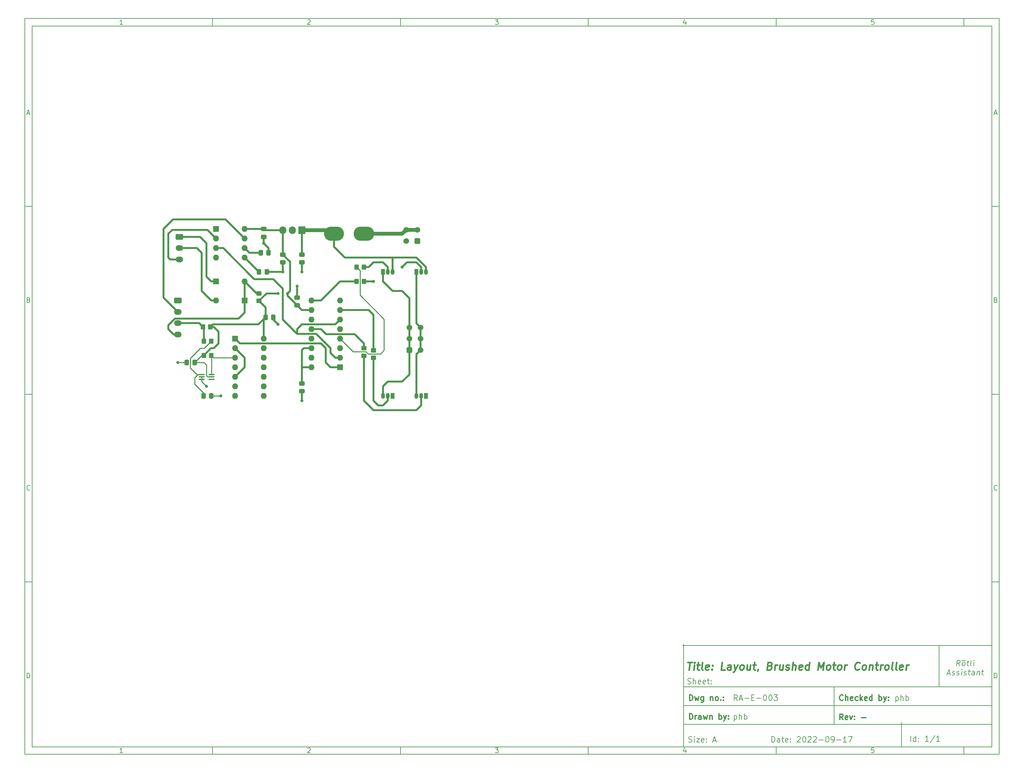
<source format=gbr>
%TF.GenerationSoftware,KiCad,Pcbnew,(6.0.7)*%
%TF.CreationDate,2022-09-17T11:26:47-05:00*%
%TF.ProjectId,BrushlessController,42727573-686c-4657-9373-436f6e74726f,-*%
%TF.SameCoordinates,Original*%
%TF.FileFunction,Copper,L1,Top*%
%TF.FilePolarity,Positive*%
%FSLAX46Y46*%
G04 Gerber Fmt 4.6, Leading zero omitted, Abs format (unit mm)*
G04 Created by KiCad (PCBNEW (6.0.7)) date 2022-09-17 11:26:47*
%MOMM*%
%LPD*%
G01*
G04 APERTURE LIST*
G04 Aperture macros list*
%AMRoundRect*
0 Rectangle with rounded corners*
0 $1 Rounding radius*
0 $2 $3 $4 $5 $6 $7 $8 $9 X,Y pos of 4 corners*
0 Add a 4 corners polygon primitive as box body*
4,1,4,$2,$3,$4,$5,$6,$7,$8,$9,$2,$3,0*
0 Add four circle primitives for the rounded corners*
1,1,$1+$1,$2,$3*
1,1,$1+$1,$4,$5*
1,1,$1+$1,$6,$7*
1,1,$1+$1,$8,$9*
0 Add four rect primitives between the rounded corners*
20,1,$1+$1,$2,$3,$4,$5,0*
20,1,$1+$1,$4,$5,$6,$7,0*
20,1,$1+$1,$6,$7,$8,$9,0*
20,1,$1+$1,$8,$9,$2,$3,0*%
G04 Aperture macros list end*
%ADD10C,0.100000*%
%ADD11C,0.150000*%
%ADD12C,0.300000*%
%ADD13C,0.400000*%
%ADD14C,0.508000*%
%TA.AperFunction,ComponentPad*%
%ADD15R,1.600000X1.600000*%
%TD*%
%TA.AperFunction,ComponentPad*%
%ADD16O,1.600000X1.600000*%
%TD*%
%TA.AperFunction,SMDPad,CuDef*%
%ADD17RoundRect,0.250000X-0.337500X-0.475000X0.337500X-0.475000X0.337500X0.475000X-0.337500X0.475000X0*%
%TD*%
%TA.AperFunction,SMDPad,CuDef*%
%ADD18RoundRect,0.250000X0.475000X-0.337500X0.475000X0.337500X-0.475000X0.337500X-0.475000X-0.337500X0*%
%TD*%
%TA.AperFunction,ComponentPad*%
%ADD19R,1.050000X1.500000*%
%TD*%
%TA.AperFunction,ComponentPad*%
%ADD20O,1.050000X1.500000*%
%TD*%
%TA.AperFunction,SMDPad,CuDef*%
%ADD21RoundRect,0.250000X-0.475000X0.337500X-0.475000X-0.337500X0.475000X-0.337500X0.475000X0.337500X0*%
%TD*%
%TA.AperFunction,ComponentPad*%
%ADD22O,5.500000X3.800000*%
%TD*%
%TA.AperFunction,ComponentPad*%
%ADD23O,5.300000X3.800000*%
%TD*%
%TA.AperFunction,SMDPad,CuDef*%
%ADD24RoundRect,0.250000X-0.350000X-0.450000X0.350000X-0.450000X0.350000X0.450000X-0.350000X0.450000X0*%
%TD*%
%TA.AperFunction,SMDPad,CuDef*%
%ADD25RoundRect,0.250000X-0.450000X0.350000X-0.450000X-0.350000X0.450000X-0.350000X0.450000X0.350000X0*%
%TD*%
%TA.AperFunction,ComponentPad*%
%ADD26RoundRect,0.250001X-0.759999X0.499999X-0.759999X-0.499999X0.759999X-0.499999X0.759999X0.499999X0*%
%TD*%
%TA.AperFunction,ComponentPad*%
%ADD27O,2.020000X1.500000*%
%TD*%
%TA.AperFunction,ComponentPad*%
%ADD28RoundRect,0.250001X0.499999X0.499999X-0.499999X0.499999X-0.499999X-0.499999X0.499999X-0.499999X0*%
%TD*%
%TA.AperFunction,ComponentPad*%
%ADD29C,1.500000*%
%TD*%
%TA.AperFunction,SMDPad,CuDef*%
%ADD30RoundRect,0.250000X0.350000X0.450000X-0.350000X0.450000X-0.350000X-0.450000X0.350000X-0.450000X0*%
%TD*%
%TA.AperFunction,ComponentPad*%
%ADD31RoundRect,0.250001X0.499999X-0.499999X0.499999X0.499999X-0.499999X0.499999X-0.499999X-0.499999X0*%
%TD*%
%TA.AperFunction,SMDPad,CuDef*%
%ADD32R,1.500000X0.400000*%
%TD*%
%TA.AperFunction,SMDPad,CuDef*%
%ADD33RoundRect,0.250000X0.450000X-0.350000X0.450000X0.350000X-0.450000X0.350000X-0.450000X-0.350000X0*%
%TD*%
%TA.AperFunction,ComponentPad*%
%ADD34R,1.905000X2.000000*%
%TD*%
%TA.AperFunction,ComponentPad*%
%ADD35O,1.905000X2.000000*%
%TD*%
%TA.AperFunction,SMDPad,CuDef*%
%ADD36RoundRect,0.250000X0.337500X0.475000X-0.337500X0.475000X-0.337500X-0.475000X0.337500X-0.475000X0*%
%TD*%
%TA.AperFunction,ViaPad*%
%ADD37C,0.800000*%
%TD*%
%TA.AperFunction,Conductor*%
%ADD38C,0.254000*%
%TD*%
%TA.AperFunction,Conductor*%
%ADD39C,0.508000*%
%TD*%
%TA.AperFunction,Conductor*%
%ADD40C,1.016000*%
%TD*%
G04 APERTURE END LIST*
D10*
D11*
X10000000Y-10000000D02*
X10000000Y-205900000D01*
X269400000Y-205900000D01*
X269400000Y-10000000D01*
X10000000Y-10000000D01*
D10*
D11*
X12000000Y-12000000D02*
X12000000Y-203900000D01*
X267400000Y-203900000D01*
X267400000Y-12000000D01*
X12000000Y-12000000D01*
D10*
D11*
X60000000Y-12000000D02*
X60000000Y-10000000D01*
D10*
D11*
X110000000Y-12000000D02*
X110000000Y-10000000D01*
D10*
D11*
X160000000Y-12000000D02*
X160000000Y-10000000D01*
D10*
D11*
X210000000Y-12000000D02*
X210000000Y-10000000D01*
D10*
D11*
X260000000Y-12000000D02*
X260000000Y-10000000D01*
D10*
D11*
X36065476Y-11588095D02*
X35322619Y-11588095D01*
X35694047Y-11588095D02*
X35694047Y-10288095D01*
X35570238Y-10473809D01*
X35446428Y-10597619D01*
X35322619Y-10659523D01*
D10*
D11*
X85322619Y-10411904D02*
X85384523Y-10350000D01*
X85508333Y-10288095D01*
X85817857Y-10288095D01*
X85941666Y-10350000D01*
X86003571Y-10411904D01*
X86065476Y-10535714D01*
X86065476Y-10659523D01*
X86003571Y-10845238D01*
X85260714Y-11588095D01*
X86065476Y-11588095D01*
D10*
D11*
X135260714Y-10288095D02*
X136065476Y-10288095D01*
X135632142Y-10783333D01*
X135817857Y-10783333D01*
X135941666Y-10845238D01*
X136003571Y-10907142D01*
X136065476Y-11030952D01*
X136065476Y-11340476D01*
X136003571Y-11464285D01*
X135941666Y-11526190D01*
X135817857Y-11588095D01*
X135446428Y-11588095D01*
X135322619Y-11526190D01*
X135260714Y-11464285D01*
D10*
D11*
X185941666Y-10721428D02*
X185941666Y-11588095D01*
X185632142Y-10226190D02*
X185322619Y-11154761D01*
X186127380Y-11154761D01*
D10*
D11*
X236003571Y-10288095D02*
X235384523Y-10288095D01*
X235322619Y-10907142D01*
X235384523Y-10845238D01*
X235508333Y-10783333D01*
X235817857Y-10783333D01*
X235941666Y-10845238D01*
X236003571Y-10907142D01*
X236065476Y-11030952D01*
X236065476Y-11340476D01*
X236003571Y-11464285D01*
X235941666Y-11526190D01*
X235817857Y-11588095D01*
X235508333Y-11588095D01*
X235384523Y-11526190D01*
X235322619Y-11464285D01*
D10*
D11*
X60000000Y-203900000D02*
X60000000Y-205900000D01*
D10*
D11*
X110000000Y-203900000D02*
X110000000Y-205900000D01*
D10*
D11*
X160000000Y-203900000D02*
X160000000Y-205900000D01*
D10*
D11*
X210000000Y-203900000D02*
X210000000Y-205900000D01*
D10*
D11*
X260000000Y-203900000D02*
X260000000Y-205900000D01*
D10*
D11*
X36065476Y-205488095D02*
X35322619Y-205488095D01*
X35694047Y-205488095D02*
X35694047Y-204188095D01*
X35570238Y-204373809D01*
X35446428Y-204497619D01*
X35322619Y-204559523D01*
D10*
D11*
X85322619Y-204311904D02*
X85384523Y-204250000D01*
X85508333Y-204188095D01*
X85817857Y-204188095D01*
X85941666Y-204250000D01*
X86003571Y-204311904D01*
X86065476Y-204435714D01*
X86065476Y-204559523D01*
X86003571Y-204745238D01*
X85260714Y-205488095D01*
X86065476Y-205488095D01*
D10*
D11*
X135260714Y-204188095D02*
X136065476Y-204188095D01*
X135632142Y-204683333D01*
X135817857Y-204683333D01*
X135941666Y-204745238D01*
X136003571Y-204807142D01*
X136065476Y-204930952D01*
X136065476Y-205240476D01*
X136003571Y-205364285D01*
X135941666Y-205426190D01*
X135817857Y-205488095D01*
X135446428Y-205488095D01*
X135322619Y-205426190D01*
X135260714Y-205364285D01*
D10*
D11*
X185941666Y-204621428D02*
X185941666Y-205488095D01*
X185632142Y-204126190D02*
X185322619Y-205054761D01*
X186127380Y-205054761D01*
D10*
D11*
X236003571Y-204188095D02*
X235384523Y-204188095D01*
X235322619Y-204807142D01*
X235384523Y-204745238D01*
X235508333Y-204683333D01*
X235817857Y-204683333D01*
X235941666Y-204745238D01*
X236003571Y-204807142D01*
X236065476Y-204930952D01*
X236065476Y-205240476D01*
X236003571Y-205364285D01*
X235941666Y-205426190D01*
X235817857Y-205488095D01*
X235508333Y-205488095D01*
X235384523Y-205426190D01*
X235322619Y-205364285D01*
D10*
D11*
X10000000Y-60000000D02*
X12000000Y-60000000D01*
D10*
D11*
X10000000Y-110000000D02*
X12000000Y-110000000D01*
D10*
D11*
X10000000Y-160000000D02*
X12000000Y-160000000D01*
D10*
D11*
X10690476Y-35216666D02*
X11309523Y-35216666D01*
X10566666Y-35588095D02*
X11000000Y-34288095D01*
X11433333Y-35588095D01*
D10*
D11*
X11092857Y-84907142D02*
X11278571Y-84969047D01*
X11340476Y-85030952D01*
X11402380Y-85154761D01*
X11402380Y-85340476D01*
X11340476Y-85464285D01*
X11278571Y-85526190D01*
X11154761Y-85588095D01*
X10659523Y-85588095D01*
X10659523Y-84288095D01*
X11092857Y-84288095D01*
X11216666Y-84350000D01*
X11278571Y-84411904D01*
X11340476Y-84535714D01*
X11340476Y-84659523D01*
X11278571Y-84783333D01*
X11216666Y-84845238D01*
X11092857Y-84907142D01*
X10659523Y-84907142D01*
D10*
D11*
X11402380Y-135464285D02*
X11340476Y-135526190D01*
X11154761Y-135588095D01*
X11030952Y-135588095D01*
X10845238Y-135526190D01*
X10721428Y-135402380D01*
X10659523Y-135278571D01*
X10597619Y-135030952D01*
X10597619Y-134845238D01*
X10659523Y-134597619D01*
X10721428Y-134473809D01*
X10845238Y-134350000D01*
X11030952Y-134288095D01*
X11154761Y-134288095D01*
X11340476Y-134350000D01*
X11402380Y-134411904D01*
D10*
D11*
X10659523Y-185588095D02*
X10659523Y-184288095D01*
X10969047Y-184288095D01*
X11154761Y-184350000D01*
X11278571Y-184473809D01*
X11340476Y-184597619D01*
X11402380Y-184845238D01*
X11402380Y-185030952D01*
X11340476Y-185278571D01*
X11278571Y-185402380D01*
X11154761Y-185526190D01*
X10969047Y-185588095D01*
X10659523Y-185588095D01*
D10*
D11*
X269400000Y-60000000D02*
X267400000Y-60000000D01*
D10*
D11*
X269400000Y-110000000D02*
X267400000Y-110000000D01*
D10*
D11*
X269400000Y-160000000D02*
X267400000Y-160000000D01*
D10*
D11*
X268090476Y-35216666D02*
X268709523Y-35216666D01*
X267966666Y-35588095D02*
X268400000Y-34288095D01*
X268833333Y-35588095D01*
D10*
D11*
X268492857Y-84907142D02*
X268678571Y-84969047D01*
X268740476Y-85030952D01*
X268802380Y-85154761D01*
X268802380Y-85340476D01*
X268740476Y-85464285D01*
X268678571Y-85526190D01*
X268554761Y-85588095D01*
X268059523Y-85588095D01*
X268059523Y-84288095D01*
X268492857Y-84288095D01*
X268616666Y-84350000D01*
X268678571Y-84411904D01*
X268740476Y-84535714D01*
X268740476Y-84659523D01*
X268678571Y-84783333D01*
X268616666Y-84845238D01*
X268492857Y-84907142D01*
X268059523Y-84907142D01*
D10*
D11*
X268802380Y-135464285D02*
X268740476Y-135526190D01*
X268554761Y-135588095D01*
X268430952Y-135588095D01*
X268245238Y-135526190D01*
X268121428Y-135402380D01*
X268059523Y-135278571D01*
X267997619Y-135030952D01*
X267997619Y-134845238D01*
X268059523Y-134597619D01*
X268121428Y-134473809D01*
X268245238Y-134350000D01*
X268430952Y-134288095D01*
X268554761Y-134288095D01*
X268740476Y-134350000D01*
X268802380Y-134411904D01*
D10*
D11*
X268059523Y-185588095D02*
X268059523Y-184288095D01*
X268369047Y-184288095D01*
X268554761Y-184350000D01*
X268678571Y-184473809D01*
X268740476Y-184597619D01*
X268802380Y-184845238D01*
X268802380Y-185030952D01*
X268740476Y-185278571D01*
X268678571Y-185402380D01*
X268554761Y-185526190D01*
X268369047Y-185588095D01*
X268059523Y-185588095D01*
D10*
D11*
X208832142Y-202678371D02*
X208832142Y-201178371D01*
X209189285Y-201178371D01*
X209403571Y-201249800D01*
X209546428Y-201392657D01*
X209617857Y-201535514D01*
X209689285Y-201821228D01*
X209689285Y-202035514D01*
X209617857Y-202321228D01*
X209546428Y-202464085D01*
X209403571Y-202606942D01*
X209189285Y-202678371D01*
X208832142Y-202678371D01*
X210975000Y-202678371D02*
X210975000Y-201892657D01*
X210903571Y-201749800D01*
X210760714Y-201678371D01*
X210475000Y-201678371D01*
X210332142Y-201749800D01*
X210975000Y-202606942D02*
X210832142Y-202678371D01*
X210475000Y-202678371D01*
X210332142Y-202606942D01*
X210260714Y-202464085D01*
X210260714Y-202321228D01*
X210332142Y-202178371D01*
X210475000Y-202106942D01*
X210832142Y-202106942D01*
X210975000Y-202035514D01*
X211475000Y-201678371D02*
X212046428Y-201678371D01*
X211689285Y-201178371D02*
X211689285Y-202464085D01*
X211760714Y-202606942D01*
X211903571Y-202678371D01*
X212046428Y-202678371D01*
X213117857Y-202606942D02*
X212975000Y-202678371D01*
X212689285Y-202678371D01*
X212546428Y-202606942D01*
X212475000Y-202464085D01*
X212475000Y-201892657D01*
X212546428Y-201749800D01*
X212689285Y-201678371D01*
X212975000Y-201678371D01*
X213117857Y-201749800D01*
X213189285Y-201892657D01*
X213189285Y-202035514D01*
X212475000Y-202178371D01*
X213832142Y-202535514D02*
X213903571Y-202606942D01*
X213832142Y-202678371D01*
X213760714Y-202606942D01*
X213832142Y-202535514D01*
X213832142Y-202678371D01*
X213832142Y-201749800D02*
X213903571Y-201821228D01*
X213832142Y-201892657D01*
X213760714Y-201821228D01*
X213832142Y-201749800D01*
X213832142Y-201892657D01*
X215617857Y-201321228D02*
X215689285Y-201249800D01*
X215832142Y-201178371D01*
X216189285Y-201178371D01*
X216332142Y-201249800D01*
X216403571Y-201321228D01*
X216475000Y-201464085D01*
X216475000Y-201606942D01*
X216403571Y-201821228D01*
X215546428Y-202678371D01*
X216475000Y-202678371D01*
X217403571Y-201178371D02*
X217546428Y-201178371D01*
X217689285Y-201249800D01*
X217760714Y-201321228D01*
X217832142Y-201464085D01*
X217903571Y-201749800D01*
X217903571Y-202106942D01*
X217832142Y-202392657D01*
X217760714Y-202535514D01*
X217689285Y-202606942D01*
X217546428Y-202678371D01*
X217403571Y-202678371D01*
X217260714Y-202606942D01*
X217189285Y-202535514D01*
X217117857Y-202392657D01*
X217046428Y-202106942D01*
X217046428Y-201749800D01*
X217117857Y-201464085D01*
X217189285Y-201321228D01*
X217260714Y-201249800D01*
X217403571Y-201178371D01*
X218475000Y-201321228D02*
X218546428Y-201249800D01*
X218689285Y-201178371D01*
X219046428Y-201178371D01*
X219189285Y-201249800D01*
X219260714Y-201321228D01*
X219332142Y-201464085D01*
X219332142Y-201606942D01*
X219260714Y-201821228D01*
X218403571Y-202678371D01*
X219332142Y-202678371D01*
X219903571Y-201321228D02*
X219975000Y-201249800D01*
X220117857Y-201178371D01*
X220475000Y-201178371D01*
X220617857Y-201249800D01*
X220689285Y-201321228D01*
X220760714Y-201464085D01*
X220760714Y-201606942D01*
X220689285Y-201821228D01*
X219832142Y-202678371D01*
X220760714Y-202678371D01*
X221403571Y-202106942D02*
X222546428Y-202106942D01*
X223546428Y-201178371D02*
X223689285Y-201178371D01*
X223832142Y-201249800D01*
X223903571Y-201321228D01*
X223975000Y-201464085D01*
X224046428Y-201749800D01*
X224046428Y-202106942D01*
X223975000Y-202392657D01*
X223903571Y-202535514D01*
X223832142Y-202606942D01*
X223689285Y-202678371D01*
X223546428Y-202678371D01*
X223403571Y-202606942D01*
X223332142Y-202535514D01*
X223260714Y-202392657D01*
X223189285Y-202106942D01*
X223189285Y-201749800D01*
X223260714Y-201464085D01*
X223332142Y-201321228D01*
X223403571Y-201249800D01*
X223546428Y-201178371D01*
X224760714Y-202678371D02*
X225046428Y-202678371D01*
X225189285Y-202606942D01*
X225260714Y-202535514D01*
X225403571Y-202321228D01*
X225475000Y-202035514D01*
X225475000Y-201464085D01*
X225403571Y-201321228D01*
X225332142Y-201249800D01*
X225189285Y-201178371D01*
X224903571Y-201178371D01*
X224760714Y-201249800D01*
X224689285Y-201321228D01*
X224617857Y-201464085D01*
X224617857Y-201821228D01*
X224689285Y-201964085D01*
X224760714Y-202035514D01*
X224903571Y-202106942D01*
X225189285Y-202106942D01*
X225332142Y-202035514D01*
X225403571Y-201964085D01*
X225475000Y-201821228D01*
X226117857Y-202106942D02*
X227260714Y-202106942D01*
X228760714Y-202678371D02*
X227903571Y-202678371D01*
X228332142Y-202678371D02*
X228332142Y-201178371D01*
X228189285Y-201392657D01*
X228046428Y-201535514D01*
X227903571Y-201606942D01*
X229260714Y-201178371D02*
X230260714Y-201178371D01*
X229617857Y-202678371D01*
D10*
D12*
X227809285Y-196678571D02*
X227309285Y-195964285D01*
X226952142Y-196678571D02*
X226952142Y-195178571D01*
X227523571Y-195178571D01*
X227666428Y-195250000D01*
X227737857Y-195321428D01*
X227809285Y-195464285D01*
X227809285Y-195678571D01*
X227737857Y-195821428D01*
X227666428Y-195892857D01*
X227523571Y-195964285D01*
X226952142Y-195964285D01*
X229023571Y-196607142D02*
X228880714Y-196678571D01*
X228595000Y-196678571D01*
X228452142Y-196607142D01*
X228380714Y-196464285D01*
X228380714Y-195892857D01*
X228452142Y-195750000D01*
X228595000Y-195678571D01*
X228880714Y-195678571D01*
X229023571Y-195750000D01*
X229095000Y-195892857D01*
X229095000Y-196035714D01*
X228380714Y-196178571D01*
X229595000Y-195678571D02*
X229952142Y-196678571D01*
X230309285Y-195678571D01*
X230880714Y-196535714D02*
X230952142Y-196607142D01*
X230880714Y-196678571D01*
X230809285Y-196607142D01*
X230880714Y-196535714D01*
X230880714Y-196678571D01*
X230880714Y-195750000D02*
X230952142Y-195821428D01*
X230880714Y-195892857D01*
X230809285Y-195821428D01*
X230880714Y-195750000D01*
X230880714Y-195892857D01*
X232737857Y-196107142D02*
X233880714Y-196107142D01*
D10*
D11*
X186760714Y-202606942D02*
X186975000Y-202678371D01*
X187332142Y-202678371D01*
X187475000Y-202606942D01*
X187546428Y-202535514D01*
X187617857Y-202392657D01*
X187617857Y-202249800D01*
X187546428Y-202106942D01*
X187475000Y-202035514D01*
X187332142Y-201964085D01*
X187046428Y-201892657D01*
X186903571Y-201821228D01*
X186832142Y-201749800D01*
X186760714Y-201606942D01*
X186760714Y-201464085D01*
X186832142Y-201321228D01*
X186903571Y-201249800D01*
X187046428Y-201178371D01*
X187403571Y-201178371D01*
X187617857Y-201249800D01*
X188260714Y-202678371D02*
X188260714Y-201678371D01*
X188260714Y-201178371D02*
X188189285Y-201249800D01*
X188260714Y-201321228D01*
X188332142Y-201249800D01*
X188260714Y-201178371D01*
X188260714Y-201321228D01*
X188832142Y-201678371D02*
X189617857Y-201678371D01*
X188832142Y-202678371D01*
X189617857Y-202678371D01*
X190760714Y-202606942D02*
X190617857Y-202678371D01*
X190332142Y-202678371D01*
X190189285Y-202606942D01*
X190117857Y-202464085D01*
X190117857Y-201892657D01*
X190189285Y-201749800D01*
X190332142Y-201678371D01*
X190617857Y-201678371D01*
X190760714Y-201749800D01*
X190832142Y-201892657D01*
X190832142Y-202035514D01*
X190117857Y-202178371D01*
X191475000Y-202535514D02*
X191546428Y-202606942D01*
X191475000Y-202678371D01*
X191403571Y-202606942D01*
X191475000Y-202535514D01*
X191475000Y-202678371D01*
X191475000Y-201749800D02*
X191546428Y-201821228D01*
X191475000Y-201892657D01*
X191403571Y-201821228D01*
X191475000Y-201749800D01*
X191475000Y-201892657D01*
X193260714Y-202249800D02*
X193975000Y-202249800D01*
X193117857Y-202678371D02*
X193617857Y-201178371D01*
X194117857Y-202678371D01*
D10*
D11*
X245832142Y-202478571D02*
X245832142Y-200978571D01*
X247189285Y-202478571D02*
X247189285Y-200978571D01*
X247189285Y-202407142D02*
X247046428Y-202478571D01*
X246760714Y-202478571D01*
X246617857Y-202407142D01*
X246546428Y-202335714D01*
X246475000Y-202192857D01*
X246475000Y-201764285D01*
X246546428Y-201621428D01*
X246617857Y-201550000D01*
X246760714Y-201478571D01*
X247046428Y-201478571D01*
X247189285Y-201550000D01*
X247903571Y-202335714D02*
X247975000Y-202407142D01*
X247903571Y-202478571D01*
X247832142Y-202407142D01*
X247903571Y-202335714D01*
X247903571Y-202478571D01*
X247903571Y-201550000D02*
X247975000Y-201621428D01*
X247903571Y-201692857D01*
X247832142Y-201621428D01*
X247903571Y-201550000D01*
X247903571Y-201692857D01*
X250546428Y-202478571D02*
X249689285Y-202478571D01*
X250117857Y-202478571D02*
X250117857Y-200978571D01*
X249975000Y-201192857D01*
X249832142Y-201335714D01*
X249689285Y-201407142D01*
X252260714Y-200907142D02*
X250975000Y-202835714D01*
X253546428Y-202478571D02*
X252689285Y-202478571D01*
X253117857Y-202478571D02*
X253117857Y-200978571D01*
X252975000Y-201192857D01*
X252832142Y-201335714D01*
X252689285Y-201407142D01*
D10*
D13*
X186512380Y-181404561D02*
X187655238Y-181404561D01*
X186833809Y-183404561D02*
X187083809Y-181404561D01*
X188071904Y-183404561D02*
X188238571Y-182071228D01*
X188321904Y-181404561D02*
X188214761Y-181499800D01*
X188298095Y-181595038D01*
X188405238Y-181499800D01*
X188321904Y-181404561D01*
X188298095Y-181595038D01*
X188905238Y-182071228D02*
X189667142Y-182071228D01*
X189274285Y-181404561D02*
X189060000Y-183118847D01*
X189131428Y-183309323D01*
X189310000Y-183404561D01*
X189500476Y-183404561D01*
X190452857Y-183404561D02*
X190274285Y-183309323D01*
X190202857Y-183118847D01*
X190417142Y-181404561D01*
X191988571Y-183309323D02*
X191786190Y-183404561D01*
X191405238Y-183404561D01*
X191226666Y-183309323D01*
X191155238Y-183118847D01*
X191250476Y-182356942D01*
X191369523Y-182166466D01*
X191571904Y-182071228D01*
X191952857Y-182071228D01*
X192131428Y-182166466D01*
X192202857Y-182356942D01*
X192179047Y-182547419D01*
X191202857Y-182737895D01*
X192952857Y-183214085D02*
X193036190Y-183309323D01*
X192929047Y-183404561D01*
X192845714Y-183309323D01*
X192952857Y-183214085D01*
X192929047Y-183404561D01*
X193083809Y-182166466D02*
X193167142Y-182261704D01*
X193060000Y-182356942D01*
X192976666Y-182261704D01*
X193083809Y-182166466D01*
X193060000Y-182356942D01*
X196357619Y-183404561D02*
X195405238Y-183404561D01*
X195655238Y-181404561D01*
X197881428Y-183404561D02*
X198012380Y-182356942D01*
X197940952Y-182166466D01*
X197762380Y-182071228D01*
X197381428Y-182071228D01*
X197179047Y-182166466D01*
X197893333Y-183309323D02*
X197690952Y-183404561D01*
X197214761Y-183404561D01*
X197036190Y-183309323D01*
X196964761Y-183118847D01*
X196988571Y-182928371D01*
X197107619Y-182737895D01*
X197310000Y-182642657D01*
X197786190Y-182642657D01*
X197988571Y-182547419D01*
X198810000Y-182071228D02*
X199119523Y-183404561D01*
X199762380Y-182071228D02*
X199119523Y-183404561D01*
X198869523Y-183880752D01*
X198762380Y-183975990D01*
X198560000Y-184071228D01*
X200643333Y-183404561D02*
X200464761Y-183309323D01*
X200381428Y-183214085D01*
X200310000Y-183023609D01*
X200381428Y-182452180D01*
X200500476Y-182261704D01*
X200607619Y-182166466D01*
X200810000Y-182071228D01*
X201095714Y-182071228D01*
X201274285Y-182166466D01*
X201357619Y-182261704D01*
X201429047Y-182452180D01*
X201357619Y-183023609D01*
X201238571Y-183214085D01*
X201131428Y-183309323D01*
X200929047Y-183404561D01*
X200643333Y-183404561D01*
X203190952Y-182071228D02*
X203024285Y-183404561D01*
X202333809Y-182071228D02*
X202202857Y-183118847D01*
X202274285Y-183309323D01*
X202452857Y-183404561D01*
X202738571Y-183404561D01*
X202940952Y-183309323D01*
X203048095Y-183214085D01*
X203857619Y-182071228D02*
X204619523Y-182071228D01*
X204226666Y-181404561D02*
X204012380Y-183118847D01*
X204083809Y-183309323D01*
X204262380Y-183404561D01*
X204452857Y-183404561D01*
X205226666Y-183309323D02*
X205214761Y-183404561D01*
X205095714Y-183595038D01*
X204988571Y-183690276D01*
X208393333Y-182356942D02*
X208667142Y-182452180D01*
X208750476Y-182547419D01*
X208821904Y-182737895D01*
X208786190Y-183023609D01*
X208667142Y-183214085D01*
X208560000Y-183309323D01*
X208357619Y-183404561D01*
X207595714Y-183404561D01*
X207845714Y-181404561D01*
X208512380Y-181404561D01*
X208690952Y-181499800D01*
X208774285Y-181595038D01*
X208845714Y-181785514D01*
X208821904Y-181975990D01*
X208702857Y-182166466D01*
X208595714Y-182261704D01*
X208393333Y-182356942D01*
X207726666Y-182356942D01*
X209595714Y-183404561D02*
X209762380Y-182071228D01*
X209714761Y-182452180D02*
X209833809Y-182261704D01*
X209940952Y-182166466D01*
X210143333Y-182071228D01*
X210333809Y-182071228D01*
X211857619Y-182071228D02*
X211690952Y-183404561D01*
X211000476Y-182071228D02*
X210869523Y-183118847D01*
X210940952Y-183309323D01*
X211119523Y-183404561D01*
X211405238Y-183404561D01*
X211607619Y-183309323D01*
X211714761Y-183214085D01*
X212560000Y-183309323D02*
X212738571Y-183404561D01*
X213119523Y-183404561D01*
X213321904Y-183309323D01*
X213440952Y-183118847D01*
X213452857Y-183023609D01*
X213381428Y-182833133D01*
X213202857Y-182737895D01*
X212917142Y-182737895D01*
X212738571Y-182642657D01*
X212667142Y-182452180D01*
X212679047Y-182356942D01*
X212798095Y-182166466D01*
X213000476Y-182071228D01*
X213286190Y-182071228D01*
X213464761Y-182166466D01*
X214262380Y-183404561D02*
X214512380Y-181404561D01*
X215119523Y-183404561D02*
X215250476Y-182356942D01*
X215179047Y-182166466D01*
X215000476Y-182071228D01*
X214714761Y-182071228D01*
X214512380Y-182166466D01*
X214405238Y-182261704D01*
X216845714Y-183309323D02*
X216643333Y-183404561D01*
X216262380Y-183404561D01*
X216083809Y-183309323D01*
X216012380Y-183118847D01*
X216107619Y-182356942D01*
X216226666Y-182166466D01*
X216429047Y-182071228D01*
X216810000Y-182071228D01*
X216988571Y-182166466D01*
X217060000Y-182356942D01*
X217036190Y-182547419D01*
X216060000Y-182737895D01*
X218643333Y-183404561D02*
X218893333Y-181404561D01*
X218655238Y-183309323D02*
X218452857Y-183404561D01*
X218071904Y-183404561D01*
X217893333Y-183309323D01*
X217810000Y-183214085D01*
X217738571Y-183023609D01*
X217810000Y-182452180D01*
X217929047Y-182261704D01*
X218036190Y-182166466D01*
X218238571Y-182071228D01*
X218619523Y-182071228D01*
X218798095Y-182166466D01*
X221119523Y-183404561D02*
X221369523Y-181404561D01*
X221857619Y-182833133D01*
X222702857Y-181404561D01*
X222452857Y-183404561D01*
X223690952Y-183404561D02*
X223512380Y-183309323D01*
X223429047Y-183214085D01*
X223357619Y-183023609D01*
X223429047Y-182452180D01*
X223548095Y-182261704D01*
X223655238Y-182166466D01*
X223857619Y-182071228D01*
X224143333Y-182071228D01*
X224321904Y-182166466D01*
X224405238Y-182261704D01*
X224476666Y-182452180D01*
X224405238Y-183023609D01*
X224286190Y-183214085D01*
X224179047Y-183309323D01*
X223976666Y-183404561D01*
X223690952Y-183404561D01*
X225095714Y-182071228D02*
X225857619Y-182071228D01*
X225464761Y-181404561D02*
X225250476Y-183118847D01*
X225321904Y-183309323D01*
X225500476Y-183404561D01*
X225690952Y-183404561D01*
X226643333Y-183404561D02*
X226464761Y-183309323D01*
X226381428Y-183214085D01*
X226310000Y-183023609D01*
X226381428Y-182452180D01*
X226500476Y-182261704D01*
X226607619Y-182166466D01*
X226810000Y-182071228D01*
X227095714Y-182071228D01*
X227274285Y-182166466D01*
X227357619Y-182261704D01*
X227429047Y-182452180D01*
X227357619Y-183023609D01*
X227238571Y-183214085D01*
X227131428Y-183309323D01*
X226929047Y-183404561D01*
X226643333Y-183404561D01*
X228167142Y-183404561D02*
X228333809Y-182071228D01*
X228286190Y-182452180D02*
X228405238Y-182261704D01*
X228512380Y-182166466D01*
X228714761Y-182071228D01*
X228905238Y-182071228D01*
X232095714Y-183214085D02*
X231988571Y-183309323D01*
X231690952Y-183404561D01*
X231500476Y-183404561D01*
X231226666Y-183309323D01*
X231060000Y-183118847D01*
X230988571Y-182928371D01*
X230940952Y-182547419D01*
X230976666Y-182261704D01*
X231119523Y-181880752D01*
X231238571Y-181690276D01*
X231452857Y-181499800D01*
X231750476Y-181404561D01*
X231940952Y-181404561D01*
X232214761Y-181499800D01*
X232298095Y-181595038D01*
X233214761Y-183404561D02*
X233036190Y-183309323D01*
X232952857Y-183214085D01*
X232881428Y-183023609D01*
X232952857Y-182452180D01*
X233071904Y-182261704D01*
X233179047Y-182166466D01*
X233381428Y-182071228D01*
X233667142Y-182071228D01*
X233845714Y-182166466D01*
X233929047Y-182261704D01*
X234000476Y-182452180D01*
X233929047Y-183023609D01*
X233810000Y-183214085D01*
X233702857Y-183309323D01*
X233500476Y-183404561D01*
X233214761Y-183404561D01*
X234905238Y-182071228D02*
X234738571Y-183404561D01*
X234881428Y-182261704D02*
X234988571Y-182166466D01*
X235190952Y-182071228D01*
X235476666Y-182071228D01*
X235655238Y-182166466D01*
X235726666Y-182356942D01*
X235595714Y-183404561D01*
X236429047Y-182071228D02*
X237190952Y-182071228D01*
X236798095Y-181404561D02*
X236583809Y-183118847D01*
X236655238Y-183309323D01*
X236833809Y-183404561D01*
X237024285Y-183404561D01*
X237690952Y-183404561D02*
X237857619Y-182071228D01*
X237809999Y-182452180D02*
X237929047Y-182261704D01*
X238036190Y-182166466D01*
X238238571Y-182071228D01*
X238429047Y-182071228D01*
X239214761Y-183404561D02*
X239036190Y-183309323D01*
X238952857Y-183214085D01*
X238881428Y-183023609D01*
X238952857Y-182452180D01*
X239071904Y-182261704D01*
X239179047Y-182166466D01*
X239381428Y-182071228D01*
X239667142Y-182071228D01*
X239845714Y-182166466D01*
X239929047Y-182261704D01*
X240000476Y-182452180D01*
X239929047Y-183023609D01*
X239809999Y-183214085D01*
X239702857Y-183309323D01*
X239500476Y-183404561D01*
X239214761Y-183404561D01*
X241024285Y-183404561D02*
X240845714Y-183309323D01*
X240774285Y-183118847D01*
X240988571Y-181404561D01*
X242071904Y-183404561D02*
X241893333Y-183309323D01*
X241821904Y-183118847D01*
X242036190Y-181404561D01*
X243607619Y-183309323D02*
X243405238Y-183404561D01*
X243024285Y-183404561D01*
X242845714Y-183309323D01*
X242774285Y-183118847D01*
X242869523Y-182356942D01*
X242988571Y-182166466D01*
X243190952Y-182071228D01*
X243571904Y-182071228D01*
X243750476Y-182166466D01*
X243821904Y-182356942D01*
X243798095Y-182547419D01*
X242821904Y-182737895D01*
X244548095Y-183404561D02*
X244714761Y-182071228D01*
X244667142Y-182452180D02*
X244786190Y-182261704D01*
X244893333Y-182166466D01*
X245095714Y-182071228D01*
X245286190Y-182071228D01*
D10*
D11*
X186460714Y-187106942D02*
X186675000Y-187178371D01*
X187032142Y-187178371D01*
X187175000Y-187106942D01*
X187246428Y-187035514D01*
X187317857Y-186892657D01*
X187317857Y-186749800D01*
X187246428Y-186606942D01*
X187175000Y-186535514D01*
X187032142Y-186464085D01*
X186746428Y-186392657D01*
X186603571Y-186321228D01*
X186532142Y-186249800D01*
X186460714Y-186106942D01*
X186460714Y-185964085D01*
X186532142Y-185821228D01*
X186603571Y-185749800D01*
X186746428Y-185678371D01*
X187103571Y-185678371D01*
X187317857Y-185749800D01*
X187960714Y-187178371D02*
X187960714Y-185678371D01*
X188603571Y-187178371D02*
X188603571Y-186392657D01*
X188532142Y-186249800D01*
X188389285Y-186178371D01*
X188175000Y-186178371D01*
X188032142Y-186249800D01*
X187960714Y-186321228D01*
X189889285Y-187106942D02*
X189746428Y-187178371D01*
X189460714Y-187178371D01*
X189317857Y-187106942D01*
X189246428Y-186964085D01*
X189246428Y-186392657D01*
X189317857Y-186249800D01*
X189460714Y-186178371D01*
X189746428Y-186178371D01*
X189889285Y-186249800D01*
X189960714Y-186392657D01*
X189960714Y-186535514D01*
X189246428Y-186678371D01*
X191175000Y-187106942D02*
X191032142Y-187178371D01*
X190746428Y-187178371D01*
X190603571Y-187106942D01*
X190532142Y-186964085D01*
X190532142Y-186392657D01*
X190603571Y-186249800D01*
X190746428Y-186178371D01*
X191032142Y-186178371D01*
X191175000Y-186249800D01*
X191246428Y-186392657D01*
X191246428Y-186535514D01*
X190532142Y-186678371D01*
X191675000Y-186178371D02*
X192246428Y-186178371D01*
X191889285Y-185678371D02*
X191889285Y-186964085D01*
X191960714Y-187106942D01*
X192103571Y-187178371D01*
X192246428Y-187178371D01*
X192746428Y-187035514D02*
X192817857Y-187106942D01*
X192746428Y-187178371D01*
X192675000Y-187106942D01*
X192746428Y-187035514D01*
X192746428Y-187178371D01*
X192746428Y-186249800D02*
X192817857Y-186321228D01*
X192746428Y-186392657D01*
X192675000Y-186321228D01*
X192746428Y-186249800D01*
X192746428Y-186392657D01*
D10*
D11*
X199689285Y-191578371D02*
X199189285Y-190864085D01*
X198832142Y-191578371D02*
X198832142Y-190078371D01*
X199403571Y-190078371D01*
X199546428Y-190149800D01*
X199617857Y-190221228D01*
X199689285Y-190364085D01*
X199689285Y-190578371D01*
X199617857Y-190721228D01*
X199546428Y-190792657D01*
X199403571Y-190864085D01*
X198832142Y-190864085D01*
X200260714Y-191149800D02*
X200975000Y-191149800D01*
X200117857Y-191578371D02*
X200617857Y-190078371D01*
X201117857Y-191578371D01*
X201617857Y-191006942D02*
X202760714Y-191006942D01*
X203475000Y-190792657D02*
X203975000Y-190792657D01*
X204189285Y-191578371D02*
X203475000Y-191578371D01*
X203475000Y-190078371D01*
X204189285Y-190078371D01*
X204832142Y-191006942D02*
X205975000Y-191006942D01*
X206975000Y-190078371D02*
X207117857Y-190078371D01*
X207260714Y-190149800D01*
X207332142Y-190221228D01*
X207403571Y-190364085D01*
X207475000Y-190649800D01*
X207475000Y-191006942D01*
X207403571Y-191292657D01*
X207332142Y-191435514D01*
X207260714Y-191506942D01*
X207117857Y-191578371D01*
X206975000Y-191578371D01*
X206832142Y-191506942D01*
X206760714Y-191435514D01*
X206689285Y-191292657D01*
X206617857Y-191006942D01*
X206617857Y-190649800D01*
X206689285Y-190364085D01*
X206760714Y-190221228D01*
X206832142Y-190149800D01*
X206975000Y-190078371D01*
X208403571Y-190078371D02*
X208546428Y-190078371D01*
X208689285Y-190149800D01*
X208760714Y-190221228D01*
X208832142Y-190364085D01*
X208903571Y-190649800D01*
X208903571Y-191006942D01*
X208832142Y-191292657D01*
X208760714Y-191435514D01*
X208689285Y-191506942D01*
X208546428Y-191578371D01*
X208403571Y-191578371D01*
X208260714Y-191506942D01*
X208189285Y-191435514D01*
X208117857Y-191292657D01*
X208046428Y-191006942D01*
X208046428Y-190649800D01*
X208117857Y-190364085D01*
X208189285Y-190221228D01*
X208260714Y-190149800D01*
X208403571Y-190078371D01*
X209403571Y-190078371D02*
X210332142Y-190078371D01*
X209832142Y-190649800D01*
X210046428Y-190649800D01*
X210189285Y-190721228D01*
X210260714Y-190792657D01*
X210332142Y-190935514D01*
X210332142Y-191292657D01*
X210260714Y-191435514D01*
X210189285Y-191506942D01*
X210046428Y-191578371D01*
X209617857Y-191578371D01*
X209475000Y-191506942D01*
X209403571Y-191435514D01*
D10*
D11*
X241832142Y-190578371D02*
X241832142Y-192078371D01*
X241832142Y-190649800D02*
X241975000Y-190578371D01*
X242260714Y-190578371D01*
X242403571Y-190649800D01*
X242475000Y-190721228D01*
X242546428Y-190864085D01*
X242546428Y-191292657D01*
X242475000Y-191435514D01*
X242403571Y-191506942D01*
X242260714Y-191578371D01*
X241975000Y-191578371D01*
X241832142Y-191506942D01*
X243189285Y-191578371D02*
X243189285Y-190078371D01*
X243832142Y-191578371D02*
X243832142Y-190792657D01*
X243760714Y-190649800D01*
X243617857Y-190578371D01*
X243403571Y-190578371D01*
X243260714Y-190649800D01*
X243189285Y-190721228D01*
X244546428Y-191578371D02*
X244546428Y-190078371D01*
X244546428Y-190649800D02*
X244689285Y-190578371D01*
X244975000Y-190578371D01*
X245117857Y-190649800D01*
X245189285Y-190721228D01*
X245260714Y-190864085D01*
X245260714Y-191292657D01*
X245189285Y-191435514D01*
X245117857Y-191506942D01*
X244975000Y-191578371D01*
X244689285Y-191578371D01*
X244546428Y-191506942D01*
D10*
D11*
X198832142Y-195578371D02*
X198832142Y-197078371D01*
X198832142Y-195649800D02*
X198975000Y-195578371D01*
X199260714Y-195578371D01*
X199403571Y-195649800D01*
X199475000Y-195721228D01*
X199546428Y-195864085D01*
X199546428Y-196292657D01*
X199475000Y-196435514D01*
X199403571Y-196506942D01*
X199260714Y-196578371D01*
X198975000Y-196578371D01*
X198832142Y-196506942D01*
X200189285Y-196578371D02*
X200189285Y-195078371D01*
X200832142Y-196578371D02*
X200832142Y-195792657D01*
X200760714Y-195649800D01*
X200617857Y-195578371D01*
X200403571Y-195578371D01*
X200260714Y-195649800D01*
X200189285Y-195721228D01*
X201546428Y-196578371D02*
X201546428Y-195078371D01*
X201546428Y-195649800D02*
X201689285Y-195578371D01*
X201975000Y-195578371D01*
X202117857Y-195649800D01*
X202189285Y-195721228D01*
X202260714Y-195864085D01*
X202260714Y-196292657D01*
X202189285Y-196435514D01*
X202117857Y-196506942D01*
X201975000Y-196578371D01*
X201689285Y-196578371D01*
X201546428Y-196506942D01*
D10*
D11*
X243400000Y-197400000D02*
X243400000Y-203900000D01*
D10*
D11*
X267411000Y-187897800D02*
X267411000Y-176897800D01*
X185411000Y-176897800D01*
X185411000Y-187897800D01*
X267411000Y-187897800D01*
D10*
D14*
X185411000Y-176898000D02*
X185411000Y-176898000D01*
X185411000Y-176898000D01*
X185411000Y-176898000D01*
X185411000Y-176898000D01*
D10*
D12*
X186963142Y-196576571D02*
X186963142Y-195076571D01*
X187320285Y-195076571D01*
X187534571Y-195148000D01*
X187677428Y-195290857D01*
X187748857Y-195433714D01*
X187820285Y-195719428D01*
X187820285Y-195933714D01*
X187748857Y-196219428D01*
X187677428Y-196362285D01*
X187534571Y-196505142D01*
X187320285Y-196576571D01*
X186963142Y-196576571D01*
X188463142Y-196576571D02*
X188463142Y-195576571D01*
X188463142Y-195862285D02*
X188534571Y-195719428D01*
X188606000Y-195648000D01*
X188748857Y-195576571D01*
X188891714Y-195576571D01*
X190034571Y-196576571D02*
X190034571Y-195790857D01*
X189963142Y-195648000D01*
X189820285Y-195576571D01*
X189534571Y-195576571D01*
X189391714Y-195648000D01*
X190034571Y-196505142D02*
X189891714Y-196576571D01*
X189534571Y-196576571D01*
X189391714Y-196505142D01*
X189320285Y-196362285D01*
X189320285Y-196219428D01*
X189391714Y-196076571D01*
X189534571Y-196005142D01*
X189891714Y-196005142D01*
X190034571Y-195933714D01*
X190606000Y-195576571D02*
X190891714Y-196576571D01*
X191177428Y-195862285D01*
X191463142Y-196576571D01*
X191748857Y-195576571D01*
X192320285Y-195576571D02*
X192320285Y-196576571D01*
X192320285Y-195719428D02*
X192391714Y-195648000D01*
X192534571Y-195576571D01*
X192748857Y-195576571D01*
X192891714Y-195648000D01*
X192963142Y-195790857D01*
X192963142Y-196576571D01*
X194820285Y-196576571D02*
X194820285Y-195076571D01*
X194820285Y-195648000D02*
X194963142Y-195576571D01*
X195248857Y-195576571D01*
X195391714Y-195648000D01*
X195463142Y-195719428D01*
X195534571Y-195862285D01*
X195534571Y-196290857D01*
X195463142Y-196433714D01*
X195391714Y-196505142D01*
X195248857Y-196576571D01*
X194963142Y-196576571D01*
X194820285Y-196505142D01*
X196034571Y-195576571D02*
X196391714Y-196576571D01*
X196748857Y-195576571D02*
X196391714Y-196576571D01*
X196248857Y-196933714D01*
X196177428Y-197005142D01*
X196034571Y-197076571D01*
X197320285Y-196433714D02*
X197391714Y-196505142D01*
X197320285Y-196576571D01*
X197248857Y-196505142D01*
X197320285Y-196433714D01*
X197320285Y-196576571D01*
X197320285Y-195648000D02*
X197391714Y-195719428D01*
X197320285Y-195790857D01*
X197248857Y-195719428D01*
X197320285Y-195648000D01*
X197320285Y-195790857D01*
D10*
D11*
X225411000Y-187897800D02*
X225411000Y-192897800D01*
D10*
D12*
X227820285Y-191433714D02*
X227748857Y-191505142D01*
X227534571Y-191576571D01*
X227391714Y-191576571D01*
X227177428Y-191505142D01*
X227034571Y-191362285D01*
X226963142Y-191219428D01*
X226891714Y-190933714D01*
X226891714Y-190719428D01*
X226963142Y-190433714D01*
X227034571Y-190290857D01*
X227177428Y-190148000D01*
X227391714Y-190076571D01*
X227534571Y-190076571D01*
X227748857Y-190148000D01*
X227820285Y-190219428D01*
X228463142Y-191576571D02*
X228463142Y-190076571D01*
X229106000Y-191576571D02*
X229106000Y-190790857D01*
X229034571Y-190648000D01*
X228891714Y-190576571D01*
X228677428Y-190576571D01*
X228534571Y-190648000D01*
X228463142Y-190719428D01*
X230391714Y-191505142D02*
X230248857Y-191576571D01*
X229963142Y-191576571D01*
X229820285Y-191505142D01*
X229748857Y-191362285D01*
X229748857Y-190790857D01*
X229820285Y-190648000D01*
X229963142Y-190576571D01*
X230248857Y-190576571D01*
X230391714Y-190648000D01*
X230463142Y-190790857D01*
X230463142Y-190933714D01*
X229748857Y-191076571D01*
X231748857Y-191505142D02*
X231606000Y-191576571D01*
X231320285Y-191576571D01*
X231177428Y-191505142D01*
X231106000Y-191433714D01*
X231034571Y-191290857D01*
X231034571Y-190862285D01*
X231106000Y-190719428D01*
X231177428Y-190648000D01*
X231320285Y-190576571D01*
X231606000Y-190576571D01*
X231748857Y-190648000D01*
X232391714Y-191576571D02*
X232391714Y-190076571D01*
X232534571Y-191005142D02*
X232963142Y-191576571D01*
X232963142Y-190576571D02*
X232391714Y-191148000D01*
X234177428Y-191505142D02*
X234034571Y-191576571D01*
X233748857Y-191576571D01*
X233606000Y-191505142D01*
X233534571Y-191362285D01*
X233534571Y-190790857D01*
X233606000Y-190648000D01*
X233748857Y-190576571D01*
X234034571Y-190576571D01*
X234177428Y-190648000D01*
X234248857Y-190790857D01*
X234248857Y-190933714D01*
X233534571Y-191076571D01*
X235534571Y-191576571D02*
X235534571Y-190076571D01*
X235534571Y-191505142D02*
X235391714Y-191576571D01*
X235106000Y-191576571D01*
X234963142Y-191505142D01*
X234891714Y-191433714D01*
X234820285Y-191290857D01*
X234820285Y-190862285D01*
X234891714Y-190719428D01*
X234963142Y-190648000D01*
X235106000Y-190576571D01*
X235391714Y-190576571D01*
X235534571Y-190648000D01*
X237391714Y-191576571D02*
X237391714Y-190076571D01*
X237391714Y-190648000D02*
X237534571Y-190576571D01*
X237820285Y-190576571D01*
X237963142Y-190648000D01*
X238034571Y-190719428D01*
X238106000Y-190862285D01*
X238106000Y-191290857D01*
X238034571Y-191433714D01*
X237963142Y-191505142D01*
X237820285Y-191576571D01*
X237534571Y-191576571D01*
X237391714Y-191505142D01*
X238606000Y-190576571D02*
X238963142Y-191576571D01*
X239320285Y-190576571D02*
X238963142Y-191576571D01*
X238820285Y-191933714D01*
X238748857Y-192005142D01*
X238606000Y-192076571D01*
X239891714Y-191433714D02*
X239963142Y-191505142D01*
X239891714Y-191576571D01*
X239820285Y-191505142D01*
X239891714Y-191433714D01*
X239891714Y-191576571D01*
X239891714Y-190648000D02*
X239963142Y-190719428D01*
X239891714Y-190790857D01*
X239820285Y-190719428D01*
X239891714Y-190648000D01*
X239891714Y-190790857D01*
D10*
D11*
X185411000Y-192897800D02*
X185411000Y-197897800D01*
D10*
D11*
X185411000Y-192897800D02*
X267411000Y-192897800D01*
D10*
D11*
X185411000Y-192897800D02*
X185411000Y-187897800D01*
D10*
D12*
X186963142Y-191576571D02*
X186963142Y-190076571D01*
X187320285Y-190076571D01*
X187534571Y-190148000D01*
X187677428Y-190290857D01*
X187748857Y-190433714D01*
X187820285Y-190719428D01*
X187820285Y-190933714D01*
X187748857Y-191219428D01*
X187677428Y-191362285D01*
X187534571Y-191505142D01*
X187320285Y-191576571D01*
X186963142Y-191576571D01*
X188320285Y-190576571D02*
X188606000Y-191576571D01*
X188891714Y-190862285D01*
X189177428Y-191576571D01*
X189463142Y-190576571D01*
X190677428Y-190576571D02*
X190677428Y-191790857D01*
X190606000Y-191933714D01*
X190534571Y-192005142D01*
X190391714Y-192076571D01*
X190177428Y-192076571D01*
X190034571Y-192005142D01*
X190677428Y-191505142D02*
X190534571Y-191576571D01*
X190248857Y-191576571D01*
X190106000Y-191505142D01*
X190034571Y-191433714D01*
X189963142Y-191290857D01*
X189963142Y-190862285D01*
X190034571Y-190719428D01*
X190106000Y-190648000D01*
X190248857Y-190576571D01*
X190534571Y-190576571D01*
X190677428Y-190648000D01*
X192534571Y-190576571D02*
X192534571Y-191576571D01*
X192534571Y-190719428D02*
X192606000Y-190648000D01*
X192748857Y-190576571D01*
X192963142Y-190576571D01*
X193106000Y-190648000D01*
X193177428Y-190790857D01*
X193177428Y-191576571D01*
X194106000Y-191576571D02*
X193963142Y-191505142D01*
X193891714Y-191433714D01*
X193820285Y-191290857D01*
X193820285Y-190862285D01*
X193891714Y-190719428D01*
X193963142Y-190648000D01*
X194106000Y-190576571D01*
X194320285Y-190576571D01*
X194463142Y-190648000D01*
X194534571Y-190719428D01*
X194606000Y-190862285D01*
X194606000Y-191290857D01*
X194534571Y-191433714D01*
X194463142Y-191505142D01*
X194320285Y-191576571D01*
X194106000Y-191576571D01*
X195248857Y-191433714D02*
X195320285Y-191505142D01*
X195248857Y-191576571D01*
X195177428Y-191505142D01*
X195248857Y-191433714D01*
X195248857Y-191576571D01*
X195963142Y-191433714D02*
X196034571Y-191505142D01*
X195963142Y-191576571D01*
X195891714Y-191505142D01*
X195963142Y-191433714D01*
X195963142Y-191576571D01*
X195963142Y-190648000D02*
X196034571Y-190719428D01*
X195963142Y-190790857D01*
X195891714Y-190719428D01*
X195963142Y-190648000D01*
X195963142Y-190790857D01*
D10*
D11*
X225411000Y-192897800D02*
X225411000Y-197897800D01*
D10*
D11*
X185411000Y-197897800D02*
X267411000Y-197897800D01*
D10*
D11*
X185411000Y-197897800D02*
X185411000Y-203897800D01*
D10*
D11*
X258876133Y-182368871D02*
X258465419Y-181654585D01*
X258018991Y-182368871D02*
X258206491Y-180868871D01*
X258777919Y-180868871D01*
X258911848Y-180940300D01*
X258974348Y-181011728D01*
X259027919Y-181154585D01*
X259001133Y-181368871D01*
X258911848Y-181511728D01*
X258831491Y-181583157D01*
X258679705Y-181654585D01*
X258108276Y-181654585D01*
X259733276Y-182368871D02*
X259599348Y-182297442D01*
X259536848Y-182226014D01*
X259483276Y-182083157D01*
X259536848Y-181654585D01*
X259626133Y-181511728D01*
X259706491Y-181440300D01*
X259858276Y-181368871D01*
X260072562Y-181368871D01*
X260206491Y-181440300D01*
X260268991Y-181511728D01*
X260322562Y-181654585D01*
X260268991Y-182083157D01*
X260179705Y-182226014D01*
X260099348Y-182297442D01*
X259947562Y-182368871D01*
X259733276Y-182368871D01*
X260786848Y-181368871D02*
X261358276Y-181368871D01*
X261063633Y-180868871D02*
X260902919Y-182154585D01*
X260956491Y-182297442D01*
X261090419Y-182368871D01*
X261233276Y-182368871D01*
X261947562Y-182368871D02*
X261813633Y-182297442D01*
X261760062Y-182154585D01*
X261920776Y-180868871D01*
X262518991Y-182368871D02*
X262643991Y-181368871D01*
X262706491Y-180868871D02*
X262626133Y-180940300D01*
X262688633Y-181011728D01*
X262768991Y-180940300D01*
X262706491Y-180868871D01*
X262688633Y-181011728D01*
X255572562Y-184355300D02*
X256286848Y-184355300D01*
X255376133Y-184783871D02*
X256063633Y-183283871D01*
X256376133Y-184783871D01*
X256813633Y-184712442D02*
X256947562Y-184783871D01*
X257233276Y-184783871D01*
X257385062Y-184712442D01*
X257474348Y-184569585D01*
X257483276Y-184498157D01*
X257429705Y-184355300D01*
X257295776Y-184283871D01*
X257081491Y-184283871D01*
X256947562Y-184212442D01*
X256893991Y-184069585D01*
X256902919Y-183998157D01*
X256992205Y-183855300D01*
X257143991Y-183783871D01*
X257358276Y-183783871D01*
X257492205Y-183855300D01*
X258027919Y-184712442D02*
X258161848Y-184783871D01*
X258447562Y-184783871D01*
X258599348Y-184712442D01*
X258688633Y-184569585D01*
X258697562Y-184498157D01*
X258643991Y-184355300D01*
X258510062Y-184283871D01*
X258295776Y-184283871D01*
X258161848Y-184212442D01*
X258108276Y-184069585D01*
X258117205Y-183998157D01*
X258206491Y-183855300D01*
X258358276Y-183783871D01*
X258572562Y-183783871D01*
X258706491Y-183855300D01*
X259304705Y-184783871D02*
X259429705Y-183783871D01*
X259492205Y-183283871D02*
X259411848Y-183355300D01*
X259474348Y-183426728D01*
X259554705Y-183355300D01*
X259492205Y-183283871D01*
X259474348Y-183426728D01*
X259956491Y-184712442D02*
X260090419Y-184783871D01*
X260376133Y-184783871D01*
X260527919Y-184712442D01*
X260617205Y-184569585D01*
X260626133Y-184498157D01*
X260572562Y-184355300D01*
X260438633Y-184283871D01*
X260224348Y-184283871D01*
X260090419Y-184212442D01*
X260036848Y-184069585D01*
X260045776Y-183998157D01*
X260135062Y-183855300D01*
X260286848Y-183783871D01*
X260501133Y-183783871D01*
X260635062Y-183855300D01*
X261143991Y-183783871D02*
X261715419Y-183783871D01*
X261420776Y-183283871D02*
X261260062Y-184569585D01*
X261313633Y-184712442D01*
X261447562Y-184783871D01*
X261590419Y-184783871D01*
X262733276Y-184783871D02*
X262831491Y-183998157D01*
X262777919Y-183855300D01*
X262643991Y-183783871D01*
X262358276Y-183783871D01*
X262206491Y-183855300D01*
X262742205Y-184712442D02*
X262590419Y-184783871D01*
X262233276Y-184783871D01*
X262099348Y-184712442D01*
X262045776Y-184569585D01*
X262063633Y-184426728D01*
X262152919Y-184283871D01*
X262304705Y-184212442D01*
X262661848Y-184212442D01*
X262813633Y-184141014D01*
X263572562Y-183783871D02*
X263447562Y-184783871D01*
X263554705Y-183926728D02*
X263635062Y-183855300D01*
X263786848Y-183783871D01*
X264001133Y-183783871D01*
X264135062Y-183855300D01*
X264188633Y-183998157D01*
X264090419Y-184783871D01*
X264715419Y-183783871D02*
X265286848Y-183783871D01*
X264992205Y-183283871D02*
X264831491Y-184569585D01*
X264885062Y-184712442D01*
X265018991Y-184783871D01*
X265161848Y-184783871D01*
D10*
D11*
X253411000Y-176897800D02*
X253411000Y-187897800D01*
X267411000Y-187897800D01*
X267411000Y-176897800D01*
X253411000Y-176897800D01*
D10*
D11*
X259411000Y-180897800D02*
X260411000Y-180897800D01*
D15*
%TO.P,U2,1,Q*%
%TO.N,/DIRECTION_SELECT*%
X66040000Y-95250000D03*
D16*
%TO.P,U2,2,~{Q}*%
%TO.N,Net-(U2-Pad2)*%
X66040000Y-97790000D03*
%TO.P,U2,3,C*%
%TO.N,Net-(R3-Pad2)*%
X66040000Y-100330000D03*
%TO.P,U2,4,R*%
%TO.N,GND*%
X66040000Y-102870000D03*
%TO.P,U2,5,D*%
%TO.N,Net-(U2-Pad2)*%
X66040000Y-105410000D03*
%TO.P,U2,6,S*%
%TO.N,GND*%
X66040000Y-107950000D03*
%TO.P,U2,7,VSS*%
X66040000Y-110490000D03*
%TO.P,U2,8,S*%
X73660000Y-110490000D03*
%TO.P,U2,9,D*%
X73660000Y-107950000D03*
%TO.P,U2,10,R*%
X73660000Y-105410000D03*
%TO.P,U2,11,C*%
X73660000Y-102870000D03*
%TO.P,U2,12,~{Q}*%
%TO.N,unconnected-(U2-Pad12)*%
X73660000Y-100330000D03*
%TO.P,U2,13,Q*%
%TO.N,unconnected-(U2-Pad13)*%
X73660000Y-97790000D03*
%TO.P,U2,14,VDD*%
%TO.N,+5V*%
X73660000Y-95250000D03*
%TD*%
D15*
%TO.P,D2,1,K*%
%TO.N,/PWM_POT+*%
X60960000Y-80010000D03*
D16*
%TO.P,D2,2,A*%
%TO.N,/TR_NO*%
X68580000Y-80010000D03*
%TD*%
D15*
%TO.P,D1,1,K*%
%TO.N,/TR_NO*%
X68580000Y-85090000D03*
D16*
%TO.P,D1,2,A*%
%TO.N,/PWM_POT-*%
X60960000Y-85090000D03*
%TD*%
D17*
%TO.P,C6,1*%
%TO.N,/PWM_V*%
X72855000Y-72390000D03*
%TO.P,C6,2*%
%TO.N,GND*%
X74930000Y-72390000D03*
%TD*%
%TO.P,C5,1*%
%TO.N,+5V*%
X74125000Y-89530000D03*
%TO.P,C5,2*%
%TO.N,GND*%
X76200000Y-89530000D03*
%TD*%
D18*
%TO.P,C10,1*%
%TO.N,+5V*%
X82550000Y-86360000D03*
%TO.P,C10,2*%
%TO.N,GND*%
X82550000Y-84285000D03*
%TD*%
D19*
%TO.P,Q2,1,S*%
%TO.N,GND*%
X107950000Y-110490000D03*
D20*
%TO.P,Q2,2,G*%
%TO.N,Net-(Q2-Pad2)*%
X106680000Y-110490000D03*
%TO.P,Q2,3,D*%
%TO.N,/MOTOR_X*%
X105410000Y-110490000D03*
%TD*%
D19*
%TO.P,Q3,1,S*%
%TO.N,/MOTOR_Y*%
X114300000Y-77470000D03*
D20*
%TO.P,Q3,2,G*%
%TO.N,Net-(Q3-Pad2)*%
X115570000Y-77470000D03*
%TO.P,Q3,3,D*%
%TO.N,+12V*%
X116840000Y-77470000D03*
%TD*%
D21*
%TO.P,C8,1*%
%TO.N,+12V*%
X83820000Y-72855000D03*
%TO.P,C8,2*%
%TO.N,GND*%
X83820000Y-74930000D03*
%TD*%
D22*
%TO.P,F1,1*%
%TO.N,Net-(F1-Pad1)*%
X100330000Y-67310000D03*
D23*
%TO.P,F1,2*%
%TO.N,+12V*%
X92330000Y-67310000D03*
%TD*%
D24*
%TO.P,R2,1*%
%TO.N,/SW_NO*%
X57690000Y-95885000D03*
%TO.P,R2,2*%
%TO.N,Net-(C1-Pad1)*%
X59690000Y-95885000D03*
%TD*%
D25*
%TO.P,R8,1*%
%TO.N,/YL_CTRL*%
X100330000Y-97790000D03*
%TO.P,R8,2*%
%TO.N,Net-(Q4-Pad2)*%
X100330000Y-99790000D03*
%TD*%
D26*
%TO.P,J3,1,Pin_1*%
%TO.N,/PWM_POT+*%
X51215000Y-68120000D03*
D27*
%TO.P,J3,2,Pin_2*%
%TO.N,/PWM_POT-*%
X51215000Y-71120000D03*
%TO.P,J3,3,Pin_3*%
%TO.N,/PWM_V*%
X51215000Y-74120000D03*
%TD*%
D25*
%TO.P,R6,1*%
%TO.N,/XL_CTRL*%
X102870000Y-98330000D03*
%TO.P,R6,2*%
%TO.N,Net-(Q2-Pad2)*%
X102870000Y-100330000D03*
%TD*%
D28*
%TO.P,J1,1,Pin_1*%
%TO.N,GND*%
X114530000Y-69225000D03*
D29*
%TO.P,J1,2,Pin_2*%
X111530000Y-69225000D03*
%TO.P,J1,3,Pin_3*%
%TO.N,Net-(F1-Pad1)*%
X114530000Y-66225000D03*
%TO.P,J1,4,Pin_4*%
X111530000Y-66225000D03*
%TD*%
D30*
%TO.P,R1,1*%
%TO.N,+5V*%
X59420000Y-92075000D03*
%TO.P,R1,2*%
%TO.N,/SW_NO*%
X57420000Y-92075000D03*
%TD*%
D21*
%TO.P,C3,1*%
%TO.N,+5V*%
X73660000Y-66040000D03*
%TO.P,C3,2*%
%TO.N,GND*%
X73660000Y-68115000D03*
%TD*%
D24*
%TO.P,R7,1*%
%TO.N,/YH_CTRL*%
X98330000Y-80010000D03*
%TO.P,R7,2*%
%TO.N,Net-(Q3-Pad2)*%
X100330000Y-80010000D03*
%TD*%
D31*
%TO.P,J2,1,Pin_1*%
%TO.N,/MOTOR_X*%
X112385000Y-98250000D03*
D29*
%TO.P,J2,2,Pin_2*%
X112385000Y-95250000D03*
%TO.P,J2,3,Pin_3*%
X112385000Y-92250000D03*
%TO.P,J2,4,Pin_4*%
%TO.N,/MOTOR_Y*%
X115385000Y-98250000D03*
%TO.P,J2,5,Pin_5*%
X115385000Y-95250000D03*
%TO.P,J2,6,Pin_6*%
X115385000Y-92250000D03*
%TD*%
D19*
%TO.P,Q1,1,S*%
%TO.N,/MOTOR_X*%
X105410000Y-77470000D03*
D20*
%TO.P,Q1,2,G*%
%TO.N,Net-(Q1-Pad2)*%
X106680000Y-77470000D03*
%TO.P,Q1,3,D*%
%TO.N,+12V*%
X107950000Y-77470000D03*
%TD*%
D17*
%TO.P,C4,1*%
%TO.N,Net-(C4-Pad1)*%
X72390000Y-77470000D03*
%TO.P,C4,2*%
%TO.N,GND*%
X74465000Y-77470000D03*
%TD*%
D32*
%TO.P,U1,1*%
%TO.N,Net-(C1-Pad1)*%
X57090000Y-104760000D03*
%TO.P,U1,2,GND*%
%TO.N,GND*%
X57090000Y-105410000D03*
%TO.P,U1,3*%
X57090000Y-106060000D03*
%TO.P,U1,4*%
%TO.N,unconnected-(U1-Pad4)*%
X59750000Y-106060000D03*
%TO.P,U1,5,VCC*%
%TO.N,+5V*%
X59750000Y-105410000D03*
%TO.P,U1,6*%
%TO.N,Net-(R3-Pad2)*%
X59750000Y-104760000D03*
%TD*%
D24*
%TO.P,R3,1*%
%TO.N,+5V*%
X57690000Y-99695000D03*
%TO.P,R3,2*%
%TO.N,Net-(R3-Pad2)*%
X59690000Y-99695000D03*
%TD*%
D19*
%TO.P,Q4,1,S*%
%TO.N,GND*%
X116840000Y-110490000D03*
D20*
%TO.P,Q4,2,G*%
%TO.N,Net-(Q4-Pad2)*%
X115570000Y-110490000D03*
%TO.P,Q4,3,D*%
%TO.N,/MOTOR_Y*%
X114300000Y-110490000D03*
%TD*%
D24*
%TO.P,R5,1*%
%TO.N,/XH_CTRL*%
X98330000Y-76200000D03*
%TO.P,R5,2*%
%TO.N,Net-(Q1-Pad2)*%
X100330000Y-76200000D03*
%TD*%
D15*
%TO.P,U3,1,GND*%
%TO.N,GND*%
X60960000Y-66050000D03*
D16*
%TO.P,U3,2,TR*%
%TO.N,/PWM_V*%
X60960000Y-68590000D03*
%TO.P,U3,3,Q*%
%TO.N,/PWM_OUT*%
X60960000Y-71130000D03*
%TO.P,U3,4,R*%
%TO.N,+5V*%
X60960000Y-73670000D03*
%TO.P,U3,5,CV*%
%TO.N,Net-(C4-Pad1)*%
X68580000Y-73670000D03*
%TO.P,U3,6,THR*%
%TO.N,/PWM_V*%
X68580000Y-71130000D03*
%TO.P,U3,7,DIS*%
%TO.N,/TR_COM*%
X68580000Y-68590000D03*
%TO.P,U3,8,VCC*%
%TO.N,+5V*%
X68580000Y-66050000D03*
%TD*%
D26*
%TO.P,J4,1,Pin_1*%
%TO.N,GND*%
X50800000Y-85090000D03*
D27*
%TO.P,J4,2,Pin_2*%
%TO.N,/TR_COM*%
X50800000Y-88090000D03*
%TO.P,J4,3,Pin_3*%
%TO.N,/SW_NO*%
X50800000Y-91090000D03*
%TO.P,J4,4,Pin_4*%
%TO.N,/TR_NO*%
X50800000Y-94090000D03*
%TD*%
D33*
%TO.P,R4,1*%
%TO.N,+5V*%
X72390000Y-85185000D03*
%TO.P,R4,2*%
%TO.N,/TR_NO*%
X72390000Y-83185000D03*
%TD*%
D21*
%TO.P,C9,1*%
%TO.N,+5V*%
X78740000Y-72855000D03*
%TO.P,C9,2*%
%TO.N,GND*%
X78740000Y-74930000D03*
%TD*%
%TO.P,C7,1*%
%TO.N,+5V*%
X83820000Y-107145000D03*
%TO.P,C7,2*%
%TO.N,GND*%
X83820000Y-109220000D03*
%TD*%
D17*
%TO.P,C1,1*%
%TO.N,Net-(C1-Pad1)*%
X57615000Y-110490000D03*
%TO.P,C1,2*%
%TO.N,GND*%
X59690000Y-110490000D03*
%TD*%
D34*
%TO.P,U5,1,VI*%
%TO.N,+12V*%
X83820000Y-66365000D03*
D35*
%TO.P,U5,2,GND*%
%TO.N,GND*%
X81280000Y-66365000D03*
%TO.P,U5,3,VO*%
%TO.N,+5V*%
X78740000Y-66365000D03*
%TD*%
D15*
%TO.P,U4,1,S*%
%TO.N,/DIRECTION_SELECT*%
X93980000Y-102870000D03*
D16*
%TO.P,U4,2,I0a*%
%TO.N,/PWM_OUT*%
X93980000Y-100330000D03*
%TO.P,U4,3,I1a*%
%TO.N,GND*%
X93980000Y-97790000D03*
%TO.P,U4,4,Za*%
%TO.N,/XH_CTRL*%
X93980000Y-95250000D03*
%TO.P,U4,5,I0b*%
%TO.N,GND*%
X93980000Y-92710000D03*
%TO.P,U4,6,I1b*%
%TO.N,/PWM_OUT*%
X93980000Y-90170000D03*
%TO.P,U4,7,Zb*%
%TO.N,/XL_CTRL*%
X93980000Y-87630000D03*
%TO.P,U4,8,GND*%
%TO.N,GND*%
X93980000Y-85090000D03*
%TO.P,U4,9,Zc*%
%TO.N,/YH_CTRL*%
X86360000Y-85090000D03*
%TO.P,U4,10,I1c*%
%TO.N,+5V*%
X86360000Y-87630000D03*
%TO.P,U4,11,I0c*%
%TO.N,GND*%
X86360000Y-90170000D03*
%TO.P,U4,12,Zd*%
%TO.N,/YL_CTRL*%
X86360000Y-92710000D03*
%TO.P,U4,13,I1d*%
%TO.N,GND*%
X86360000Y-95250000D03*
%TO.P,U4,14,I0d*%
%TO.N,+5V*%
X86360000Y-97790000D03*
%TO.P,U4,15,E*%
%TO.N,GND*%
X86360000Y-100330000D03*
%TO.P,U4,16,VCC*%
%TO.N,+5V*%
X86360000Y-102870000D03*
%TD*%
D36*
%TO.P,C2,1*%
%TO.N,+5V*%
X55245000Y-101600000D03*
%TO.P,C2,2*%
%TO.N,GND*%
X53170000Y-101600000D03*
%TD*%
D37*
%TO.N,GND*%
X83820000Y-111760000D03*
X82550000Y-81280000D03*
X78740000Y-77470000D03*
X73660000Y-69850000D03*
X62230000Y-110490000D03*
X83820000Y-77470000D03*
X77470000Y-91440000D03*
X58420000Y-107950000D03*
X50800000Y-101600000D03*
%TO.N,+5V*%
X80010000Y-83185000D03*
X77470000Y-83185000D03*
%TO.N,Net-(Q3-Pad2)*%
X102870000Y-80010000D03*
X110490000Y-76200000D03*
%TD*%
D38*
%TO.N,Net-(C1-Pad1)*%
X54084500Y-102979500D02*
X54084500Y-100439500D01*
X55245000Y-105651000D02*
X56136000Y-104760000D01*
X57785000Y-97790000D02*
X59690000Y-95885000D01*
X55245000Y-107315000D02*
X55245000Y-105651000D01*
X57615000Y-109685000D02*
X55245000Y-107315000D01*
X55865000Y-104760000D02*
X54084500Y-102979500D01*
X54084500Y-100439500D02*
X56734000Y-97790000D01*
X56136000Y-104760000D02*
X57090000Y-104760000D01*
X56734000Y-97790000D02*
X57785000Y-97790000D01*
X57090000Y-104760000D02*
X55865000Y-104760000D01*
X57615000Y-110490000D02*
X57615000Y-109685000D01*
%TO.N,GND*%
X59690000Y-110490000D02*
X62230000Y-110490000D01*
D39*
X74930000Y-72390000D02*
X74930000Y-71120000D01*
X76200000Y-90170000D02*
X77470000Y-91440000D01*
D38*
X57090000Y-105410000D02*
X57090000Y-106060000D01*
X57090000Y-106060000D02*
X57090000Y-106620000D01*
D39*
X73660000Y-68115000D02*
X73660000Y-69850000D01*
D38*
X57090000Y-106620000D02*
X58420000Y-107950000D01*
D39*
X83820000Y-74930000D02*
X83820000Y-77470000D01*
X74465000Y-77470000D02*
X78740000Y-77470000D01*
D38*
X53170000Y-101600000D02*
X50800000Y-101600000D01*
D39*
X83820000Y-109220000D02*
X83820000Y-111760000D01*
X78740000Y-74930000D02*
X78740000Y-77470000D01*
X74930000Y-71120000D02*
X73660000Y-69850000D01*
X76200000Y-89530000D02*
X76200000Y-90170000D01*
X82550000Y-84285000D02*
X82550000Y-81280000D01*
%TO.N,+5V*%
X73985000Y-66365000D02*
X78740000Y-66365000D01*
X86360000Y-97790000D02*
X84328000Y-97790000D01*
X72390000Y-85185000D02*
X74390000Y-83185000D01*
X74125000Y-86920000D02*
X72390000Y-85185000D01*
D38*
X57690000Y-99695000D02*
X57150000Y-99695000D01*
D39*
X80645000Y-74760000D02*
X78740000Y-72855000D01*
X83820000Y-98298000D02*
X83820000Y-103124000D01*
X80645000Y-82550000D02*
X80645000Y-74760000D01*
X60055000Y-91440000D02*
X72215000Y-91440000D01*
X84074000Y-102870000D02*
X83820000Y-103124000D01*
X73660000Y-66040000D02*
X73650000Y-66050000D01*
X73660000Y-95250000D02*
X73660000Y-89995000D01*
D38*
X57150000Y-99695000D02*
X55245000Y-101600000D01*
D39*
X82550000Y-86360000D02*
X83820000Y-87630000D01*
X72215000Y-91440000D02*
X74125000Y-89530000D01*
X61595000Y-96520000D02*
X60325000Y-97790000D01*
X59420000Y-92075000D02*
X60325000Y-92075000D01*
X74125000Y-89530000D02*
X74125000Y-86920000D01*
X83820000Y-107145000D02*
X83820000Y-103124000D01*
X80010000Y-83820000D02*
X80010000Y-83185000D01*
X59595000Y-97790000D02*
X57690000Y-99695000D01*
X73650000Y-66050000D02*
X68580000Y-66050000D01*
D38*
X59750000Y-105410000D02*
X58746000Y-105410000D01*
D39*
X73660000Y-66040000D02*
X73985000Y-66365000D01*
X83820000Y-87630000D02*
X86360000Y-87630000D01*
X61595000Y-93345000D02*
X61595000Y-96520000D01*
D38*
X57785000Y-101600000D02*
X55245000Y-101600000D01*
D39*
X59420000Y-92075000D02*
X60055000Y-91440000D01*
X82550000Y-86360000D02*
X80010000Y-83820000D01*
X74390000Y-83185000D02*
X77470000Y-83185000D01*
X86360000Y-102870000D02*
X84074000Y-102870000D01*
D38*
X58746000Y-105410000D02*
X58420000Y-105084000D01*
D39*
X60325000Y-97790000D02*
X59595000Y-97790000D01*
X84328000Y-97790000D02*
X83820000Y-98298000D01*
D38*
X58420000Y-105084000D02*
X58420000Y-102235000D01*
D39*
X78740000Y-72855000D02*
X78740000Y-66365000D01*
X60325000Y-92075000D02*
X61595000Y-93345000D01*
X73660000Y-89995000D02*
X74125000Y-89530000D01*
X80010000Y-83185000D02*
X80645000Y-82550000D01*
D38*
X58420000Y-102235000D02*
X57785000Y-101600000D01*
D39*
%TO.N,Net-(C4-Pad1)*%
X72380000Y-77470000D02*
X68580000Y-73670000D01*
X72390000Y-77470000D02*
X72380000Y-77470000D01*
D40*
%TO.N,+12V*%
X83820000Y-66365000D02*
X91385000Y-66365000D01*
D39*
X95250000Y-73660000D02*
X107950000Y-73660000D01*
X92330000Y-70740000D02*
X95250000Y-73660000D01*
X107950000Y-77470000D02*
X107950000Y-73660000D01*
X92330000Y-67310000D02*
X92330000Y-70740000D01*
X107950000Y-73660000D02*
X114300000Y-73660000D01*
X83820000Y-72855000D02*
X83820000Y-66365000D01*
X116840000Y-76200000D02*
X116840000Y-77470000D01*
D40*
X91385000Y-66365000D02*
X92330000Y-67310000D01*
D39*
X114300000Y-73660000D02*
X116840000Y-76200000D01*
%TO.N,/TR_NO*%
X48260000Y-92710000D02*
X48260000Y-91667287D01*
X50041287Y-89886000D02*
X66959000Y-89886000D01*
X68580000Y-80010000D02*
X71755000Y-83185000D01*
X66959000Y-89886000D02*
X68580000Y-88265000D01*
X71755000Y-83185000D02*
X72390000Y-83185000D01*
X68580000Y-88265000D02*
X68580000Y-85090000D01*
X50800000Y-94090000D02*
X49640000Y-94090000D01*
X49640000Y-94090000D02*
X48260000Y-92710000D01*
X48260000Y-91667287D02*
X50041287Y-89886000D01*
X68580000Y-85090000D02*
X68580000Y-80010000D01*
%TO.N,/PWM_POT-*%
X51215000Y-71120000D02*
X55880000Y-71120000D01*
X57150000Y-72390000D02*
X57150000Y-82550000D01*
X59690000Y-85090000D02*
X60960000Y-85090000D01*
X57150000Y-82550000D02*
X59690000Y-85090000D01*
X55880000Y-71120000D02*
X57150000Y-72390000D01*
%TO.N,/PWM_POT+*%
X59690000Y-80010000D02*
X58420000Y-78740000D01*
X58420000Y-69850000D02*
X56690000Y-68120000D01*
X56690000Y-68120000D02*
X51215000Y-68120000D01*
X60960000Y-80010000D02*
X59690000Y-80010000D01*
X58420000Y-78740000D02*
X58420000Y-69850000D01*
D40*
%TO.N,Net-(F1-Pad1)*%
X111530000Y-66225000D02*
X110445000Y-67310000D01*
X110445000Y-67310000D02*
X100330000Y-67310000D01*
X111530000Y-66225000D02*
X114530000Y-66225000D01*
D39*
%TO.N,/MOTOR_X*%
X106680000Y-106680000D02*
X105410000Y-107950000D01*
X112385000Y-92250000D02*
X112385000Y-95250000D01*
X110490000Y-82550000D02*
X112385000Y-84445000D01*
X105410000Y-80010000D02*
X107950000Y-82550000D01*
X105410000Y-107950000D02*
X105410000Y-110490000D01*
X112385000Y-95250000D02*
X112385000Y-98250000D01*
X112385000Y-84445000D02*
X112385000Y-92250000D01*
X112385000Y-104785000D02*
X110490000Y-106680000D01*
X107950000Y-82550000D02*
X110490000Y-82550000D01*
X112385000Y-98250000D02*
X112385000Y-104785000D01*
X110490000Y-106680000D02*
X106680000Y-106680000D01*
X105410000Y-77470000D02*
X105410000Y-80010000D01*
%TO.N,/MOTOR_Y*%
X114300000Y-91165000D02*
X114300000Y-77470000D01*
X114300000Y-99335000D02*
X115385000Y-98250000D01*
X115385000Y-95250000D02*
X115385000Y-92250000D01*
X115385000Y-98250000D02*
X115385000Y-95250000D01*
X115385000Y-92250000D02*
X114300000Y-91165000D01*
X114300000Y-110490000D02*
X114300000Y-99335000D01*
%TO.N,/PWM_V*%
X58629001Y-66259001D02*
X60960000Y-68590000D01*
X49310999Y-66259001D02*
X58629001Y-66259001D01*
X51215000Y-74120000D02*
X48720000Y-74120000D01*
X69840000Y-72390000D02*
X68580000Y-71130000D01*
X48260000Y-67310000D02*
X49310999Y-66259001D01*
X72855000Y-72390000D02*
X69840000Y-72390000D01*
X48260000Y-73660000D02*
X48260000Y-67310000D01*
X48720000Y-74120000D02*
X48260000Y-73660000D01*
%TO.N,/TR_COM*%
X49530000Y-63500000D02*
X63490000Y-63500000D01*
X50800000Y-88090000D02*
X46990000Y-84280000D01*
X68580000Y-68590000D02*
X66040000Y-66050000D01*
X63490000Y-63500000D02*
X66040000Y-66050000D01*
X46990000Y-66040000D02*
X49530000Y-63500000D01*
X46990000Y-84280000D02*
X46990000Y-66040000D01*
%TO.N,/SW_NO*%
X57420000Y-92075000D02*
X56435000Y-91090000D01*
X57690000Y-92345000D02*
X57420000Y-92075000D01*
X57690000Y-95885000D02*
X57690000Y-92345000D01*
X56435000Y-91090000D02*
X50800000Y-91090000D01*
%TO.N,Net-(Q1-Pad2)*%
X100330000Y-76200000D02*
X101600000Y-76200000D01*
X101600000Y-76200000D02*
X102870000Y-74930000D01*
X106680000Y-77470000D02*
X106680000Y-76200000D01*
X106680000Y-76200000D02*
X105410000Y-74930000D01*
X102870000Y-74930000D02*
X105410000Y-74930000D01*
%TO.N,Net-(Q2-Pad2)*%
X106680000Y-110490000D02*
X106680000Y-111760000D01*
X104140000Y-113030000D02*
X102870000Y-111760000D01*
X102870000Y-111760000D02*
X102870000Y-100330000D01*
X105410000Y-113030000D02*
X104140000Y-113030000D01*
X106680000Y-111760000D02*
X105410000Y-113030000D01*
%TO.N,Net-(Q3-Pad2)*%
X100330000Y-80010000D02*
X102870000Y-80010000D01*
X115570000Y-76200000D02*
X114300000Y-74930000D01*
X111760000Y-74930000D02*
X110490000Y-76200000D01*
X114300000Y-74930000D02*
X111760000Y-74930000D01*
X115570000Y-77470000D02*
X115570000Y-76200000D01*
%TO.N,Net-(Q4-Pad2)*%
X100330000Y-99790000D02*
X100330000Y-111760000D01*
X102870000Y-114300000D02*
X114300000Y-114300000D01*
X114300000Y-114300000D02*
X115570000Y-113030000D01*
X100330000Y-111760000D02*
X102870000Y-114300000D01*
X115570000Y-113030000D02*
X115570000Y-110490000D01*
D38*
%TO.N,Net-(R3-Pad2)*%
X59750000Y-99755000D02*
X59750000Y-104760000D01*
X59690000Y-99695000D02*
X59750000Y-99755000D01*
X59690000Y-99695000D02*
X60325000Y-100330000D01*
X60325000Y-100330000D02*
X66040000Y-100330000D01*
%TO.N,/XH_CTRL*%
X105664000Y-90030000D02*
X105664000Y-98298000D01*
X101413001Y-99257000D02*
X100873001Y-98717000D01*
X104705000Y-99257000D02*
X101413001Y-99257000D01*
X99257000Y-77127000D02*
X99257000Y-83623000D01*
X100873001Y-98717000D02*
X97447000Y-98717000D01*
X97447000Y-98717000D02*
X93980000Y-95250000D01*
X105664000Y-98298000D02*
X104705000Y-99257000D01*
X98330000Y-76200000D02*
X99257000Y-77127000D01*
X99257000Y-83623000D02*
X105664000Y-90030000D01*
D39*
%TO.N,/XL_CTRL*%
X102870000Y-88900000D02*
X101600000Y-87630000D01*
X102870000Y-98330000D02*
X102870000Y-88900000D01*
X93980000Y-87630000D02*
X101600000Y-87630000D01*
%TO.N,/YH_CTRL*%
X98330000Y-80010000D02*
X93980000Y-80010000D01*
X93980000Y-80010000D02*
X88900000Y-85090000D01*
X88900000Y-85090000D02*
X86360000Y-85090000D01*
%TO.N,/YL_CTRL*%
X88900000Y-92710000D02*
X90186000Y-93996000D01*
X86360000Y-92710000D02*
X88900000Y-92710000D01*
X100330000Y-96520000D02*
X97806000Y-93996000D01*
X97806000Y-93996000D02*
X90186000Y-93996000D01*
X100330000Y-96520000D02*
X100330000Y-97790000D01*
%TO.N,/DIRECTION_SELECT*%
X67294000Y-96504000D02*
X88884000Y-96504000D01*
X91440000Y-102870000D02*
X93980000Y-102870000D01*
X90170000Y-101600000D02*
X91440000Y-102870000D01*
X88884000Y-96504000D02*
X90170000Y-97790000D01*
X66040000Y-95250000D02*
X67294000Y-96504000D01*
X90170000Y-97790000D02*
X90170000Y-101600000D01*
%TO.N,Net-(U2-Pad2)*%
X68580000Y-102870000D02*
X68580000Y-100330000D01*
X66040000Y-105410000D02*
X68580000Y-102870000D01*
X68580000Y-100330000D02*
X66040000Y-97790000D01*
%TO.N,/PWM_OUT*%
X83820000Y-91440000D02*
X82550000Y-92710000D01*
X71120000Y-79375000D02*
X62875000Y-71130000D01*
X92710000Y-100330000D02*
X91440000Y-99060000D01*
X93980000Y-90170000D02*
X92710000Y-91440000D01*
X87630000Y-93980000D02*
X82550000Y-93980000D01*
X91440000Y-99060000D02*
X91440000Y-97790000D01*
X92710000Y-91440000D02*
X83820000Y-91440000D01*
X91440000Y-97790000D02*
X87630000Y-93980000D01*
X93980000Y-100330000D02*
X92710000Y-100330000D01*
X82550000Y-93980000D02*
X78740000Y-90170000D01*
X78740000Y-90170000D02*
X78740000Y-81915000D01*
X62875000Y-71130000D02*
X60960000Y-71130000D01*
X82550000Y-92710000D02*
X82550000Y-93980000D01*
X78740000Y-81915000D02*
X76200000Y-79375000D01*
X76200000Y-79375000D02*
X71120000Y-79375000D01*
%TD*%
M02*

</source>
